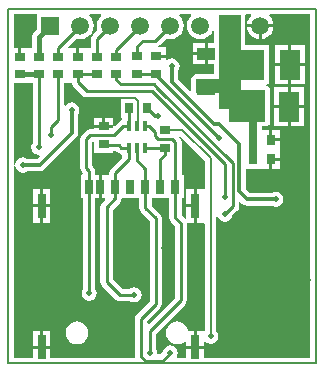
<source format=gbl>
%FSLAX25Y25*%
%MOIN*%
G70*
G01*
G75*
G04 Layer_Physical_Order=2*
G04 Layer_Color=16711680*
%ADD10C,0.01500*%
%ADD11C,0.01000*%
%ADD12C,0.02000*%
%ADD13R,0.03937X0.03150*%
%ADD14R,0.03150X0.03937*%
%ADD15R,0.09843X0.11811*%
%ADD16O,0.07087X0.02362*%
%ADD17O,0.02362X0.07087*%
%ADD18R,0.03347X0.02756*%
%ADD19R,0.02756X0.03347*%
%ADD20R,0.03150X0.07000*%
%ADD21R,0.06000X0.07874*%
%ADD22R,0.01181X0.01181*%
%ADD23R,0.01378X0.00984*%
%ADD24R,0.01378X0.01181*%
%ADD25R,0.02362X0.03937*%
%ADD26C,0.01200*%
%ADD27C,0.00800*%
%ADD28R,0.06800X0.08800*%
%ADD29R,0.12700X0.10700*%
%ADD30C,0.00500*%
%ADD31R,0.05906X0.05906*%
%ADD32C,0.05906*%
%ADD33C,0.02000*%
%ADD34C,0.04000*%
%ADD35R,0.05906X0.03937*%
%ADD36R,0.01575X0.03347*%
%ADD37R,0.07000X0.10000*%
%ADD38R,0.02756X0.08268*%
%ADD39R,0.02559X0.04843*%
%ADD40C,0.02500*%
%ADD41R,0.07200X0.31400*%
%ADD42R,0.10700X0.04700*%
%ADD43R,0.12600X0.10400*%
%ADD44R,0.12100X0.10500*%
G36*
X9447Y-6808D02*
X8521Y-7735D01*
X8023Y-8479D01*
X7849Y-9357D01*
Y-13016D01*
X6970D01*
D01*
D01*
X6970Y-13016D01*
X6873Y-13016D01*
Y-13016D01*
X4200D01*
Y-15895D01*
X3200D01*
Y-13016D01*
X1784D01*
Y-1784D01*
X9447D01*
Y-6808D01*
D02*
G37*
G36*
X30941Y-2258D02*
X30724Y-2424D01*
X30011Y-3354D01*
X29562Y-4438D01*
X29409Y-5600D01*
X29562Y-6762D01*
X29647Y-6969D01*
X28030Y-8587D01*
X27587Y-9248D01*
X27432Y-10029D01*
Y-13016D01*
X26555D01*
X26555Y-13016D01*
Y-13016D01*
X26298Y-13016D01*
X26250Y-13016D01*
X26202D01*
X25945Y-13016D01*
X25945Y-13016D01*
Y-13016D01*
X23529D01*
Y-15895D01*
X22529D01*
Y-13016D01*
X20112D01*
X20112Y-13016D01*
Y-13016D01*
X20021Y-13016D01*
X19829Y-12555D01*
X22531Y-9853D01*
X22738Y-9938D01*
X23900Y-10091D01*
X25062Y-9938D01*
X26146Y-9489D01*
X27076Y-8776D01*
X27790Y-7846D01*
X28238Y-6762D01*
X28391Y-5600D01*
X28238Y-4438D01*
X27790Y-3354D01*
X27076Y-2424D01*
X26859Y-2258D01*
X27020Y-1784D01*
X30781D01*
X30941Y-2258D01*
D02*
G37*
G36*
X53601Y-69640D02*
X53601Y-69640D01*
X53601D01*
X53756Y-70421D01*
X54198Y-71082D01*
X55361Y-72245D01*
Y-96255D01*
X46701Y-104915D01*
X46239Y-104724D01*
Y-104045D01*
X50542Y-99742D01*
X50984Y-99080D01*
X51139Y-98300D01*
X51139Y-98300D01*
Y-69800D01*
X51139Y-69800D01*
X50984Y-69020D01*
X50542Y-68358D01*
X47679Y-65496D01*
Y-63121D01*
X53601D01*
Y-69640D01*
D02*
G37*
G36*
X8104Y-44595D02*
X7788Y-45067D01*
X7594Y-46043D01*
X7788Y-47018D01*
X8340Y-47845D01*
X9167Y-48398D01*
X10143Y-48592D01*
X10365Y-49007D01*
X9513Y-49859D01*
X6095D01*
X5776Y-49645D01*
X4800Y-49451D01*
X3824Y-49645D01*
X2998Y-50198D01*
X2445Y-51025D01*
X2282Y-51845D01*
X1784Y-51796D01*
Y-24678D01*
X6873D01*
Y-24678D01*
X6873D01*
X6873Y-24678D01*
X6970Y-24678D01*
Y-24678D01*
X8104D01*
Y-44595D01*
D02*
G37*
G36*
X100578Y-116326D02*
X65093D01*
Y-113302D01*
X59337D01*
Y-116326D01*
X56351D01*
X56115Y-115885D01*
X56255Y-115675D01*
X56449Y-114700D01*
X56255Y-113725D01*
X55702Y-112898D01*
X54875Y-112345D01*
X53900Y-112151D01*
X52925Y-112345D01*
X52098Y-112898D01*
X51545Y-113725D01*
X51434Y-114282D01*
X50555Y-115161D01*
X49878D01*
X49561Y-114774D01*
X49576Y-114700D01*
X49382Y-113725D01*
X49066Y-113252D01*
Y-108318D01*
X58842Y-98542D01*
X59284Y-97880D01*
X59439Y-97100D01*
Y-71400D01*
X59610Y-71192D01*
X61715D01*
Y-66058D01*
X59337D01*
Y-69838D01*
X58859Y-69983D01*
X58842Y-69958D01*
X57679Y-68796D01*
Y-63121D01*
X58420D01*
Y-55279D01*
X57679D01*
Y-44440D01*
X57524Y-43660D01*
X57082Y-42998D01*
X56778Y-42694D01*
X56833Y-42560D01*
X57323Y-42463D01*
X65463Y-50602D01*
Y-59924D01*
X65093D01*
Y-59924D01*
X62715D01*
Y-65559D01*
Y-71192D01*
X65093D01*
Y-71192D01*
X65109D01*
X65463Y-71546D01*
Y-106400D01*
Y-107168D01*
X65093D01*
Y-107168D01*
X62715D01*
Y-112302D01*
X65093D01*
Y-111008D01*
X65571Y-110863D01*
X65598Y-110902D01*
X66425Y-111455D01*
X67400Y-111649D01*
X68375Y-111455D01*
X69202Y-110902D01*
X69755Y-110075D01*
X69949Y-109100D01*
X69755Y-108124D01*
X69337Y-107499D01*
Y-106400D01*
Y-69373D01*
X69835Y-69324D01*
X69845Y-69375D01*
X70398Y-70202D01*
X71224Y-70755D01*
X72200Y-70949D01*
X73176Y-70755D01*
X74002Y-70202D01*
X74555Y-69375D01*
X74666Y-68818D01*
X76242Y-67242D01*
X76242Y-67242D01*
X76684Y-66580D01*
X76839Y-65800D01*
X76839Y-65800D01*
Y-64420D01*
X77301Y-64229D01*
X77986Y-64914D01*
X78681Y-65378D01*
X79500Y-65541D01*
X87805D01*
X88125Y-65755D01*
X89100Y-65949D01*
X90075Y-65755D01*
X90902Y-65202D01*
X91455Y-64376D01*
X91649Y-63400D01*
X91455Y-62424D01*
X90902Y-61598D01*
X90075Y-61045D01*
X89100Y-60851D01*
X88125Y-61045D01*
X87805Y-61259D01*
X80387D01*
X79041Y-59913D01*
Y-53273D01*
X84478D01*
X84478Y-53273D01*
Y-53273D01*
X84478D01*
X84628D01*
X84832Y-53273D01*
X84832Y-53273D01*
Y-53273D01*
X87006D01*
Y-50099D01*
X87505D01*
Y-49600D01*
X90383D01*
Y-47127D01*
X90383Y-47127D01*
D01*
D01*
X90383Y-46927D01*
Y-46910D01*
Y-46850D01*
X90383Y-46773D01*
X90383Y-46573D01*
X90383Y-46573D01*
X90383D01*
Y-44100D01*
X87505D01*
Y-43601D01*
X87006D01*
Y-40427D01*
X84832D01*
X84832Y-40427D01*
Y-40427D01*
X84628Y-40427D01*
X84478D01*
Y-40427D01*
X84374Y-40427D01*
Y-39129D01*
X85700D01*
X85848Y-39100D01*
X86600D01*
Y-38803D01*
X86781Y-38681D01*
X87113Y-38185D01*
X87229Y-37600D01*
Y-27100D01*
X87113Y-26515D01*
X86781Y-26019D01*
X86285Y-25687D01*
X85739Y-25578D01*
D01*
X85873Y-25415D01*
X85885Y-25413D01*
X86354Y-25100D01*
X86800D01*
Y-24148D01*
X86829Y-24000D01*
Y-13600D01*
X86800Y-13452D01*
Y-12100D01*
X85448D01*
X85300Y-12071D01*
X78829D01*
Y-2100D01*
X79088Y-1784D01*
X80781D01*
X80941Y-2258D01*
X80724Y-2424D01*
X80010Y-3354D01*
X79562Y-4438D01*
X79475Y-5100D01*
X88325D01*
X88238Y-4438D01*
X87789Y-3354D01*
X87076Y-2424D01*
X86859Y-2258D01*
X87019Y-1784D01*
X100578D01*
Y-116326D01*
D02*
G37*
G36*
X21145Y-25109D02*
X21587Y-25771D01*
X24658Y-28842D01*
X25320Y-29284D01*
X26100Y-29439D01*
X26100Y-29439D01*
X37422D01*
Y-29927D01*
X37422D01*
Y-36273D01*
X37953D01*
Y-36976D01*
X37461Y-37074D01*
X36800Y-37516D01*
X35435Y-38881D01*
X34973Y-38690D01*
Y-39342D01*
X34716Y-39600D01*
X28627D01*
Y-40088D01*
X27172D01*
X27172Y-40088D01*
X26392Y-40244D01*
X25730Y-40686D01*
X24458Y-41958D01*
X24016Y-42620D01*
X23861Y-43400D01*
Y-53000D01*
X24016Y-53780D01*
X24458Y-54442D01*
X24833Y-54817D01*
X24642Y-55279D01*
X24121D01*
Y-63121D01*
X24861D01*
Y-93352D01*
X24545Y-93824D01*
X24351Y-94800D01*
X24545Y-95776D01*
X25098Y-96602D01*
X25925Y-97155D01*
X26900Y-97349D01*
X27876Y-97155D01*
X28702Y-96602D01*
X29255Y-95776D01*
X29449Y-94800D01*
X29255Y-93824D01*
X28939Y-93352D01*
Y-63121D01*
X30140D01*
Y-59201D01*
Y-55279D01*
X28939D01*
Y-54000D01*
X28784Y-53220D01*
X28342Y-52558D01*
X27939Y-52155D01*
Y-44245D01*
X28017Y-44167D01*
X28627D01*
Y-47883D01*
X34973D01*
Y-47439D01*
X35955D01*
X36200Y-47684D01*
X36861Y-48126D01*
X37642Y-48281D01*
D01*
D01*
D01*
X37642Y-48281D01*
D01*
X37953Y-48593D01*
Y-49415D01*
X37953Y-49415D01*
X37953D01*
X37997Y-49519D01*
X34198Y-53318D01*
X33756Y-53979D01*
X33601Y-54760D01*
Y-55279D01*
X31140D01*
Y-59201D01*
Y-63121D01*
X32142D01*
X32333Y-63583D01*
X31258Y-64658D01*
X30816Y-65320D01*
X30661Y-66100D01*
Y-90900D01*
X30661Y-90900D01*
X30661D01*
X30816Y-91680D01*
X31258Y-92342D01*
X35758Y-96842D01*
X35758D01*
X35758Y-96842D01*
X35758Y-96842D01*
Y-96842D01*
X36420Y-97284D01*
X37200Y-97439D01*
X40651D01*
X40824Y-97555D01*
X41800Y-97749D01*
X42775Y-97555D01*
X43602Y-97002D01*
X44155Y-96175D01*
X44349Y-95200D01*
X44155Y-94225D01*
X43602Y-93398D01*
X42775Y-92845D01*
X41800Y-92651D01*
X40824Y-92845D01*
X40053Y-93361D01*
X38045D01*
X34739Y-90055D01*
Y-66945D01*
X37082Y-64602D01*
X37524Y-63940D01*
X37679Y-63160D01*
Y-63121D01*
X43601D01*
Y-66340D01*
X43601Y-66340D01*
X43601D01*
X43756Y-67121D01*
X44198Y-67782D01*
X47061Y-70645D01*
Y-97455D01*
X42758Y-101758D01*
X42316Y-102420D01*
X42161Y-103200D01*
Y-113600D01*
Y-115800D01*
X42189Y-115939D01*
X41871Y-116326D01*
X13951D01*
Y-113302D01*
X8195D01*
Y-116326D01*
X1784D01*
Y-52204D01*
X2282Y-52155D01*
X2445Y-52975D01*
X2998Y-53802D01*
X3824Y-54355D01*
X4800Y-54549D01*
X5776Y-54355D01*
X6095Y-54141D01*
X10400D01*
X11219Y-53978D01*
X11914Y-53514D01*
X22614Y-42814D01*
X23078Y-42119D01*
X23241Y-41300D01*
X23241Y-41300D01*
X23241Y-41300D01*
Y-41300D01*
Y-34995D01*
X23455Y-34675D01*
X23649Y-33700D01*
X23455Y-32724D01*
X22902Y-31898D01*
X22075Y-31345D01*
X21100Y-31151D01*
X20124Y-31345D01*
X19298Y-31898D01*
X19103Y-32188D01*
X18625Y-32043D01*
Y-24678D01*
X19759D01*
Y-24678D01*
X19759D01*
X19759Y-24678D01*
X19855D01*
Y-24678D01*
X21059D01*
X21145Y-25109D01*
D02*
G37*
G36*
X60941Y-2258D02*
X60724Y-2424D01*
X60010Y-3354D01*
X59562Y-4438D01*
X59409Y-5600D01*
X59562Y-6762D01*
X60010Y-7846D01*
X60724Y-8776D01*
X61654Y-9489D01*
X62738Y-9938D01*
X63900Y-10091D01*
X65062Y-9938D01*
X66146Y-9489D01*
X67076Y-8776D01*
X67790Y-7846D01*
X68080Y-7144D01*
X68571Y-7241D01*
Y-11432D01*
X66400D01*
Y-14901D01*
Y-18369D01*
X68571D01*
Y-21771D01*
X62500D01*
X61915Y-21887D01*
X61419Y-22219D01*
X61087Y-22715D01*
X60971Y-23300D01*
Y-27020D01*
X60509Y-27211D01*
X56641Y-23343D01*
Y-20295D01*
X56855Y-19975D01*
X57049Y-19000D01*
X56855Y-18024D01*
X56302Y-17198D01*
X55475Y-16645D01*
X54500Y-16451D01*
X53525Y-16645D01*
X52914Y-17053D01*
X52473Y-16817D01*
Y-16195D01*
X49299D01*
Y-15194D01*
X52473D01*
Y-12817D01*
X49994D01*
X49849Y-12338D01*
X50442Y-11942D01*
X50442Y-11942D01*
X50442Y-11942D01*
X52531Y-9853D01*
X52738Y-9938D01*
X53900Y-10091D01*
X55062Y-9938D01*
X56146Y-9489D01*
X57076Y-8776D01*
X57789Y-7846D01*
X58238Y-6762D01*
X58391Y-5600D01*
X58238Y-4438D01*
X57789Y-3354D01*
X57076Y-2424D01*
X56859Y-2258D01*
X57020Y-1784D01*
X60781D01*
X60941Y-2258D01*
D02*
G37*
%LPC*%
G36*
X13951Y-59924D02*
X11573D01*
Y-65058D01*
X13951D01*
Y-59924D01*
D02*
G37*
G36*
X10573D02*
X8195D01*
Y-65058D01*
X10573D01*
Y-59924D01*
D02*
G37*
G36*
X90383Y-40427D02*
X88006D01*
Y-43100D01*
X90383D01*
Y-40427D01*
D02*
G37*
G36*
X93100Y-33100D02*
X88600D01*
Y-39100D01*
X93100D01*
Y-33100D01*
D02*
G37*
G36*
X61715Y-59924D02*
X59337D01*
Y-65058D01*
X61715D01*
Y-59924D01*
D02*
G37*
G36*
X90383Y-50600D02*
X88006D01*
Y-53273D01*
X90383D01*
Y-50600D01*
D02*
G37*
G36*
X56309Y-104077D02*
X55325Y-104207D01*
X54407Y-104587D01*
X53619Y-105191D01*
X53015Y-105979D01*
X52635Y-106896D01*
X52505Y-107881D01*
X52635Y-108866D01*
X53015Y-109783D01*
X53619Y-110571D01*
X54407Y-111176D01*
X55325Y-111556D01*
X56309Y-111685D01*
X57294Y-111556D01*
X58211Y-111176D01*
X58889Y-110656D01*
X59337Y-110877D01*
Y-112302D01*
X61715D01*
Y-107168D01*
X60020D01*
X59984Y-106896D01*
X59604Y-105979D01*
X58999Y-105191D01*
X58211Y-104587D01*
X57294Y-104207D01*
X56309Y-104077D01*
D02*
G37*
G36*
X13951Y-107168D02*
X11573D01*
Y-112302D01*
X13951D01*
Y-107168D01*
D02*
G37*
G36*
X10573D02*
X8195D01*
Y-112302D01*
X10573D01*
Y-107168D01*
D02*
G37*
G36*
X13951Y-66058D02*
X11573D01*
Y-71192D01*
X13951D01*
Y-66058D01*
D02*
G37*
G36*
X10573D02*
X8195D01*
Y-71192D01*
X10573D01*
Y-66058D01*
D02*
G37*
G36*
X22845Y-104077D02*
X21860Y-104207D01*
X20943Y-104587D01*
X20155Y-105191D01*
X19550Y-105979D01*
X19170Y-106896D01*
X19041Y-107881D01*
X19170Y-108866D01*
X19550Y-109783D01*
X20155Y-110571D01*
X20943Y-111176D01*
X21860Y-111556D01*
X22845Y-111685D01*
X23830Y-111556D01*
X24747Y-111176D01*
X25535Y-110571D01*
X26139Y-109783D01*
X26520Y-108866D01*
X26649Y-107881D01*
X26520Y-106896D01*
X26139Y-105979D01*
X25535Y-105191D01*
X24747Y-104587D01*
X23830Y-104207D01*
X22845Y-104077D01*
D02*
G37*
G36*
X98800Y-12100D02*
X94300D01*
Y-18100D01*
X98800D01*
Y-12100D01*
D02*
G37*
G36*
X93300D02*
X88800D01*
Y-18100D01*
X93300D01*
Y-12100D01*
D02*
G37*
G36*
X65400Y-15400D02*
X61447D01*
Y-18369D01*
X65400D01*
Y-15400D01*
D02*
G37*
G36*
X88325Y-6100D02*
X84400D01*
Y-10025D01*
X85062Y-9938D01*
X86146Y-9489D01*
X87076Y-8776D01*
X87789Y-7846D01*
X88238Y-6762D01*
X88325Y-6100D01*
D02*
G37*
G36*
X83400D02*
X79475D01*
X79562Y-6762D01*
X80010Y-7846D01*
X80724Y-8776D01*
X81654Y-9489D01*
X82738Y-9938D01*
X83400Y-10025D01*
Y-6100D01*
D02*
G37*
G36*
X65400Y-11432D02*
X61447D01*
Y-14400D01*
X65400D01*
Y-11432D01*
D02*
G37*
G36*
X98800Y-19100D02*
X94300D01*
Y-25100D01*
X98800D01*
Y-19100D01*
D02*
G37*
G36*
X34973Y-36222D02*
X32300D01*
Y-38600D01*
X34973D01*
Y-36222D01*
D02*
G37*
G36*
X31300D02*
X28627D01*
Y-38600D01*
X31300D01*
Y-36222D01*
D02*
G37*
G36*
X98600Y-33100D02*
X94100D01*
Y-39100D01*
X98600D01*
Y-33100D01*
D02*
G37*
G36*
X93300Y-19100D02*
X88800D01*
Y-25100D01*
X93300D01*
Y-19100D01*
D02*
G37*
G36*
X98600Y-26100D02*
X94100D01*
Y-32100D01*
X98600D01*
Y-26100D01*
D02*
G37*
G36*
X93100D02*
X88600D01*
Y-32100D01*
X93100D01*
Y-26100D01*
D02*
G37*
%LPD*%
D10*
X10143Y-21800D02*
X10143Y-21800D01*
X3700Y-21800D02*
X10143D01*
X10143Y-15894D02*
Y-9357D01*
X13900Y-5600D01*
D11*
X48927Y-42294D02*
X49833Y-43200D01*
X46958Y-38958D02*
X48927Y-40927D01*
X49833Y-43200D02*
X54400D01*
X48927Y-42294D02*
Y-40927D01*
X45359Y-38958D02*
X46958D01*
X54400Y-43200D02*
X55640Y-44440D01*
Y-69640D02*
X57400Y-71400D01*
X47027Y-107473D02*
X57400Y-97100D01*
Y-71400D01*
X55640Y-69640D02*
Y-59200D01*
X49661Y-26233D02*
X74800Y-51372D01*
X48528Y-25100D02*
X49661Y-26233D01*
X37400Y-25100D02*
X48528D01*
X43000Y-21606D02*
X43005Y-21600D01*
X49300D01*
X49294Y-21994D02*
Y-21606D01*
Y-21994D02*
X70300Y-43000D01*
Y-42600D01*
X74800Y-65800D02*
Y-51372D01*
X48000Y-27400D02*
X72300Y-51700D01*
Y-62800D02*
Y-51700D01*
X26100Y-27400D02*
X48000D01*
X37200Y-95400D02*
X41800D01*
Y-95200D01*
X32700Y-90900D02*
X37200Y-95400D01*
X32700Y-90900D02*
Y-66100D01*
X44200Y-103200D02*
X49100Y-98300D01*
Y-69800D01*
X45640Y-66340D02*
X49100Y-69800D01*
X45640Y-66340D02*
Y-59200D01*
X32700Y-66100D02*
X35640Y-63160D01*
Y-59200D01*
X55640D02*
Y-44440D01*
X16586Y-37014D02*
Y-21800D01*
X14200Y-39400D02*
X16586Y-37014D01*
X14200Y-41900D02*
Y-39400D01*
X72200Y-68400D02*
X74800Y-65800D01*
X26900Y-59200D02*
Y-54000D01*
X25900Y-53000D02*
X26900Y-54000D01*
X25900Y-53000D02*
Y-43400D01*
X27172Y-42128D01*
X35072D01*
X38242Y-38958D01*
X40241D01*
X23029Y-24329D02*
X26100Y-27400D01*
X23029Y-24329D02*
Y-21800D01*
X51400Y-117200D02*
X53900Y-114700D01*
X45600Y-117200D02*
X51400D01*
X44200Y-115800D02*
X45600Y-117200D01*
X47027Y-114700D02*
Y-107473D01*
X44200Y-115800D02*
Y-103200D01*
Y-113600D02*
Y-103200D01*
X26900Y-94800D02*
Y-59200D01*
X40241Y-33159D02*
X40300Y-33100D01*
X40241Y-38958D02*
Y-33159D01*
X37642Y-46242D02*
X40241D01*
X36800Y-45400D02*
X37642Y-46242D01*
X32195Y-45400D02*
X36800D01*
X31800Y-45006D02*
X32195Y-45400D01*
X35640Y-59200D02*
Y-54760D01*
X40241Y-50159D01*
Y-46242D01*
X50640Y-59200D02*
Y-50060D01*
X52100Y-48600D01*
Y-46200D01*
X52058Y-46242D02*
X52100Y-46200D01*
X45359Y-46242D02*
X52058D01*
X45640Y-59200D02*
Y-53240D01*
X42800Y-50400D02*
X45640Y-53240D01*
X42800Y-50400D02*
Y-46242D01*
X35914Y-23614D02*
X37400Y-25100D01*
X35914Y-23614D02*
Y-21800D01*
X49294Y-21606D02*
X49300Y-21600D01*
X43000Y-15700D02*
Y-12300D01*
X44800Y-10500D01*
X49000D01*
X53900Y-5600D01*
X35914Y-15894D02*
Y-13586D01*
X43900Y-5600D01*
X29471Y-21800D02*
X29471Y-21800D01*
X23029Y-21800D02*
X29471D01*
X29471Y-15894D02*
Y-10029D01*
X33900Y-5600D01*
X10143Y-46043D02*
Y-21800D01*
X16586Y-15894D02*
Y-12914D01*
X23900Y-5600D01*
D18*
X10143Y-21800D02*
D03*
Y-15894D02*
D03*
X3700Y-15894D02*
D03*
Y-21800D02*
D03*
X16586Y-15894D02*
D03*
Y-21800D02*
D03*
X29471Y-21800D02*
D03*
Y-15894D02*
D03*
X23029Y-15894D02*
D03*
Y-21800D02*
D03*
X43000Y-21606D02*
D03*
Y-15700D02*
D03*
X49300Y-15695D02*
D03*
Y-21600D02*
D03*
X35914Y-15894D02*
D03*
Y-21800D02*
D03*
X52100Y-40295D02*
D03*
Y-46200D02*
D03*
X31800Y-39100D02*
D03*
Y-45006D02*
D03*
D19*
X81600Y-43600D02*
D03*
X87506D02*
D03*
X81600Y-50100D02*
D03*
X87506D02*
D03*
X46205Y-33100D02*
D03*
X40300D02*
D03*
D26*
X76900Y-60800D02*
Y-44900D01*
X74500Y-42500D02*
X76900Y-44900D01*
X70300Y-38300D02*
X74500Y-42500D01*
X4800Y-52000D02*
X10400D01*
X21100Y-41300D01*
Y-33700D01*
X48805Y-35700D02*
X50000D01*
X46205Y-33100D02*
X48805Y-35700D01*
X79500Y-63400D02*
X89100D01*
X76900Y-60800D02*
X79500Y-63400D01*
X68570Y-38300D02*
X70300D01*
X54500Y-24230D02*
X68570Y-38300D01*
X54500Y-24230D02*
Y-19000D01*
D27*
X27900Y-30600D02*
X28900Y-29600D01*
X42100D01*
X43078Y-30578D01*
Y-38680D02*
Y-30578D01*
X42800Y-38958D02*
X43078Y-38680D01*
X67400Y-109100D02*
Y-106400D01*
Y-49800D01*
Y-107200D02*
Y-106400D01*
X57894Y-40295D02*
X67400Y-49800D01*
X52100Y-40295D02*
X57894D01*
D30*
X102362Y-118110D02*
Y0D01*
X0Y-118110D02*
X102362D01*
X0D02*
Y0D01*
X102362D01*
D31*
X13900Y-5600D02*
D03*
D32*
X23900D02*
D03*
X33900D02*
D03*
X43900D02*
D03*
X53900D02*
D03*
X63900D02*
D03*
X73900D02*
D03*
X83900D02*
D03*
D33*
X4600Y-42700D02*
D03*
X5700Y-7500D02*
D03*
X25900Y-11300D02*
D03*
X27900Y-30600D02*
D03*
X4800Y-52000D02*
D03*
X21100Y-33700D02*
D03*
X50000Y-35700D02*
D03*
X89100Y-63400D02*
D03*
X54500Y-19000D02*
D03*
X41800Y-95200D02*
D03*
X26900Y-94800D02*
D03*
X67400Y-109100D02*
D03*
X72300Y-62800D02*
D03*
X72200Y-68400D02*
D03*
X70300Y-43000D02*
D03*
X47027Y-114700D02*
D03*
X53900D02*
D03*
X10143Y-46043D02*
D03*
X14200Y-41900D02*
D03*
D34*
X10800Y-102300D02*
D03*
X10600Y-90400D02*
D03*
Y-79500D02*
D03*
X83500Y-113400D02*
D03*
X88600Y-103300D02*
D03*
X98900Y-90400D02*
D03*
X93700Y-6000D02*
D03*
X58900Y-22500D02*
D03*
X58800Y-17200D02*
D03*
X76000Y-94700D02*
D03*
X95200Y-57500D02*
D03*
X94100Y-71000D02*
D03*
X93300Y-84100D02*
D03*
X92400Y-111100D02*
D03*
X92500Y-97700D02*
D03*
X80700Y-106600D02*
D03*
X72000Y-112900D02*
D03*
X17800Y-100300D02*
D03*
X4800Y-107000D02*
D03*
X5100Y-95700D02*
D03*
X5300Y-85300D02*
D03*
Y-74800D02*
D03*
X52700Y-79600D02*
D03*
X62700Y-53900D02*
D03*
X63000Y-79500D02*
D03*
X40800Y-66800D02*
D03*
X41000Y-79700D02*
D03*
X73100Y-28400D02*
D03*
X73000Y-23300D02*
D03*
X73100Y-18100D02*
D03*
D35*
X65900Y-26711D02*
D03*
Y-14900D02*
D03*
D36*
X40241Y-46242D02*
D03*
Y-38958D02*
D03*
X42800D02*
D03*
X45359Y-46242D02*
D03*
X42800D02*
D03*
X45359Y-38958D02*
D03*
D37*
X81800Y-18600D02*
D03*
X93800D02*
D03*
X93600Y-32600D02*
D03*
X81600D02*
D03*
D38*
X11073Y-112802D02*
D03*
Y-65558D02*
D03*
X62215Y-112802D02*
D03*
Y-65558D02*
D03*
D39*
X35640Y-59200D02*
D03*
X40640D02*
D03*
X45640D02*
D03*
X50640D02*
D03*
X55640D02*
D03*
X30640D02*
D03*
X26900D02*
D03*
D40*
X81600Y-43600D02*
Y-32600D01*
Y-50100D02*
Y-43600D01*
D41*
X73700Y-17800D02*
D03*
D42*
X67850Y-25650D02*
D03*
D43*
X79000Y-18800D02*
D03*
D44*
X79650Y-32350D02*
D03*
M02*

</source>
